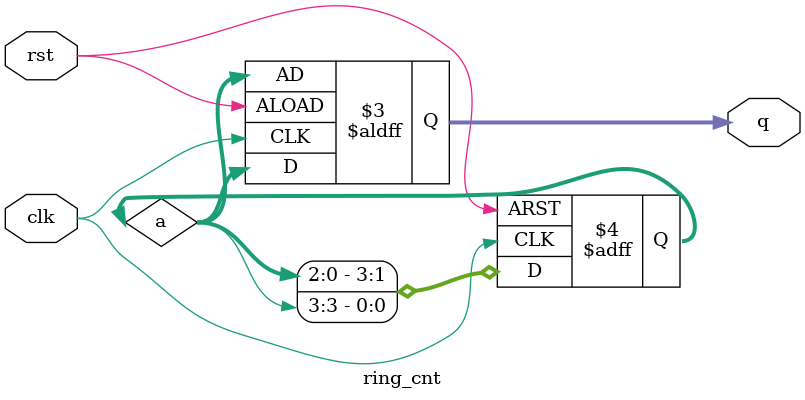
<source format=v>
module ring_cnt( rst,clk,q);
input wire rst,clk;
output reg [3:0]q;

reg [3:0]a;
always @(posedge clk or negedge rst) 
begin

if (rst==1'b0) begin
    a<=4'b1001;
    q<=a;
end
else begin
a <= {a[2:0],a[3]};
q <= a;
end
end
endmodule

</source>
